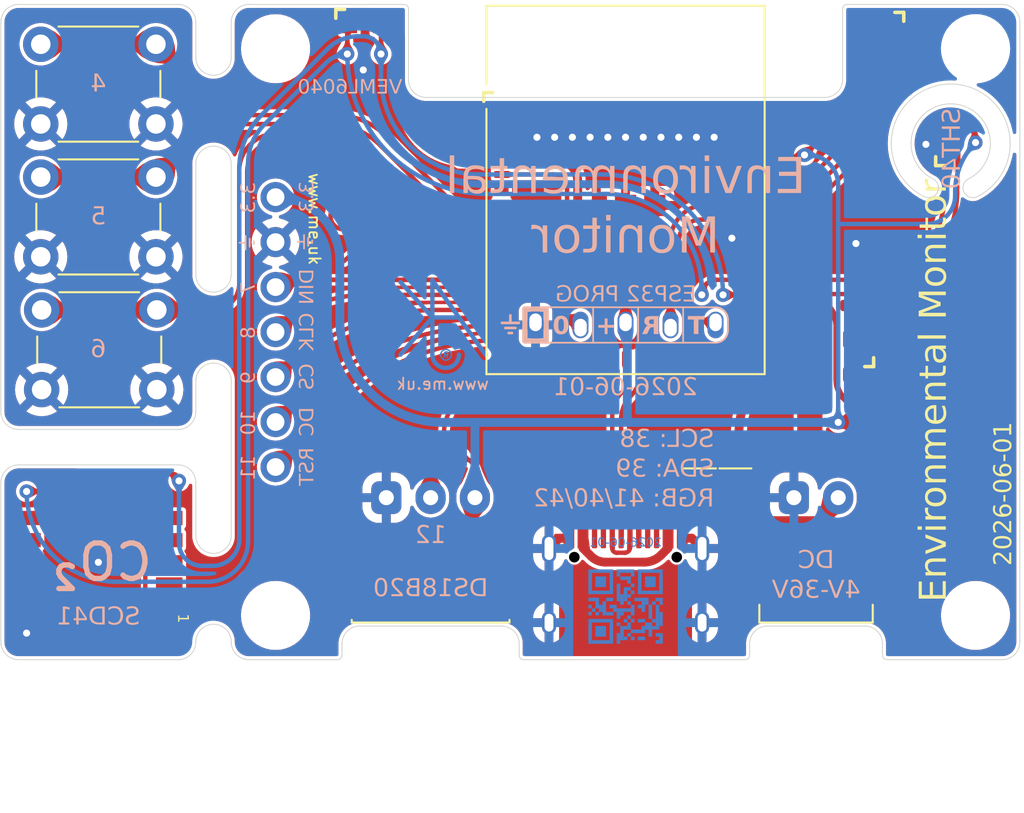
<source format=kicad_pcb>
(kicad_pcb (version 20221018) (generator pcbnew)
  (title_block (title "EnvMon") (rev "4") (comment 1 "www.me.uk") (comment 2 "@TheRealRevK") (comment 3 "Adrian Kennard Andrews & Arnold Ltd"))
  (layers (0 "F.Cu" signal) (31 "B.Cu" signal) (34 "B.Paste" user) (35 "F.Paste" user) (36 "B.SilkS" user "B.Silkscreen") (37 "F.SilkS" user "F.Silkscreen") (38 "B.Mask" user) (39 "F.Mask" user) (44 "Edge.Cuts" user))
  (net 0 "")
  (net 1 "Net-(U1-EN)")
  (net 2 "D+")
  (net 3 "D-")
  (net 4 "Net-(D1-RK)")
  (net 5 "Net-(D1-GK)")
  (net 6 "Net-(D1-BK)")
  (net 7 "Net-(D3-A)")
  (net 8 "Net-(J1-CC1)")
  (net 9 "TEMP")
  (net 10 "Net-(D2-A)")
  (net 11 "GND")
  (net 12 "OLED-RST")
  (net 13 "OLED-DC")
  (net 14 "OLED-SCK")
  (net 15 "OLED-CS")
  (net 16 "OLED-MOSI")
  (net 17 "SCL")
  (net 18 "SDA")
  (net 20 "Net-(J1-CC2)")
  (net 22 "Net-(J5-0)")
  (net 23 "R")
  (net 24 "G")
  (net 25 "B")
  (net 26 "DC")
  (net 35 "Net-(J5-Rx)")
  (net 42 "Net-(J5-Tx)")
  (net 46 "BUTTON1")
  (net 47 "BUTTON2")
  (net 48 "BUTTON3")
  (net 49 "+3.3V")
  (net 56 "RX")
  (net 58 "TX")
  (footprint "RevK:C_0603_" (layer "F.Cu") (at 131.65 83.2 90)
    (fp_text reference "C6" hide)
    (fp_text value "10uF 50V")
  )
  (footprint "Button_Switch_THT:SW_PUSH_6mm_H13mm" (layer "F.Cu") (at 89.25 65.25)
    (fp_text reference "SW1" hide)
    (fp_text value "SW_Push")
  )
  (footprint "RevK:R_0402" (layer "F.Cu") (at 136.45 66.325 -90)
    (fp_text reference "R1" hide)
    (fp_text value "680R" hide)
  )
  (footprint "Button_Switch_THT:SW_PUSH_6mm_H13mm" (layer "F.Cu") (at 89.3 80.25)
    (fp_text reference "SW3" hide)
    (fp_text value "SW_Push")
  )
  (footprint "RevK:SCD41" (layer "F.Cu") (at 92.5 94.5 180)
    (fp_text reference "U2" hide)
    (fp_text value "SCD41")
  )
  (footprint "RevK:PTSM-HH-3-RA" (layer "F.Cu") (at 111.25 90.85)
    (fp_text reference "J3" hide)
    (fp_text value "TEMP")
  )
  (footprint "RevK:C_0402" (layer "F.Cu") (at 113.05 71.3 90)
    (fp_text reference "C2" hide)
    (fp_text value "22uF" hide)
  )
  (footprint "RevK:L_4x4_" (layer "F.Cu") (at 134.15 86.5)
    (fp_text reference "L2" hide)
    (fp_text value "10uH")
  )
  (footprint "RevK:USC16-TR" (layer "F.Cu") (at 122.25 95.6)
    (fp_text reference "J1" hide)
    (fp_text value "USB-C")
  )
  (footprint "RevK:R_0402" (layer "F.Cu") (at 137.25 66.325 -90)
    (fp_text reference "R2" hide)
    (fp_text value "2K" hide)
  )
  (footprint "RevK:ESP32-S3-MINI-1" (layer "F.Cu") (at 122.25 76)
    (fp_text reference "U1" hide)
    (fp_text value "ESP32-S3-MINI-1" hide)
  )
  (footprint "RevK:C_0603_" (layer "F.Cu") (at 134.15 83.9)
    (fp_text reference "C8" hide)
    (fp_text value "100nF")
  )
  (footprint "RevK:C_0603_" (layer "F.Cu") (at 136.65 83.2 90)
    (fp_text reference "C7" hide)
    (fp_text value "10uF 6.3V")
  )
  (footprint "RevK:Sensirion_DFN-4_1.5x1.5mm_P0.5mm_SHT4x" (layer "F.Cu") (at 140.6 70.85 90)
    (fp_text reference "U7" hide)
    (fp_text value "SHT40")
  )
  (footprint "RevK:VEML6040" (layer "F.Cu") (at 107.6 64.1)
    (fp_text reference "U8" hide)
    (fp_text value "VEML6040")
  )
  (footprint "RevK:R_0402" (layer "F.Cu") (at 124.25 91)
    (fp_text reference "R4" hide)
    (fp_text value "5K1" hide)
  )
  (footprint "RevK:C_0402" (layer "F.Cu") (at 140.6 69.4 180)
    (fp_text reference "C5" hide)
    (fp_text value "100nF" hide)
  )
  (footprint "RevK:R_0402_" (layer "F.Cu") (at 134.15 80)
    (fp_text reference "R14" hide)
    (fp_text value "124k" hide)
  )
  (footprint "RevK:OLED1.5-RGB" (layer "F.Cu") (at 144.5 63 180)
    (fp_text reference "M1" hide)
    (fp_text value "OLED1.5-RGB")
  )
  (footprint "RevK:C_0402" (layer "F.Cu") (at 113.85 71.3 90)
    (fp_text reference "C1" hide)
    (fp_text value "100nF" hide)
  )
  (footprint "RevK:C_0402" (layer "F.Cu") (at 131.45 70.6 -90)
    (fp_text reference "C3" hide)
    (fp_text value "1uF" hide)
  )
  (footprint "RevK:R_0402" (layer "F.Cu") (at 130.65 70.6 90)
    (fp_text reference "R5" hide)
    (fp_text value "10K" hide)
  )
  (footprint "RevK:LED-RGB-1.6x1.6" (layer "F.Cu") (at 136.45 64.475 180)
    (fp_text reference "D1" hide)
    (fp_text value "RGB")
  )
  (footprint "RevK:R_0402" (layer "F.Cu") (at 120.45 91 180)
    (fp_text reference "R3" hide)
    (fp_text value "5K1" hide)
  )
  (footprint "RevK:R_0402_" (layer "F.Cu") (at 131.65 81.1 90)
    (fp_text reference "R16" hide)
    (fp_text value "1M" hide)
  )
  (footprint "RevK:AJK" (layer "F.Cu") (at 108.45 75.7 -90)
    (fp_text reference "Logo2" hide)
    (fp_text value "AJK" hide)
  )
  (footprint "RevK:PTSM-HH-2-RA-W" (layer "F.Cu") (at 133 90.85)
    (fp_text reference "J2" hide)
    (fp_text value "DC")
  )
  (footprint "Button_Switch_THT:SW_PUSH_6mm_H13mm" (layer "F.Cu") (at 89.25 72.75)
    (fp_text reference "SW2" hide)
    (fp_text value "SW_Push")
  )
  (footprint "RevK:R_0402_" (layer "F.Cu") (at 136.65 81.1 -90)
    (fp_text reference "R15" hide)
    (fp_text value "39k2" hide)
  )
  (footprint "RevK:SOT-23-6-MD8942" (layer "F.Cu") (at 134.15 81.9)
    (fp_text reference "U6" hide)
    (fp_text value "MD8942")
  )
  (footprint "RevK:D_SOD-123" (layer "F.Cu") (at 126.45 90.3 -90)
    (fp_text reference "D3" hide)
    (fp_text value "D")
  )
  (footprint "RevK:R_0402" (layer "F.Cu") (at 112.5 88.6)
    (fp_text reference "R13" hide)
    (fp_text value "4k7" hide)
  )
  (footprint "RevK:D_SOD-123" (layer "F.Cu") (at 128.45 90.3 -90)
    (fp_text reference "D2" hide)
    (fp_text value "D")
  )
  (footprint "RevK:R_0402" (layer "F.Cu") (at 135.65 66.325 -90)
    (fp_text reference "R17" hide)
    (fp_text value "220R" hide)
  )
  (footprint "RevK:AJK" (layer "B.Cu") (at 111.35 80.675 180)
    (fp_text reference "Logo1" hide)
    (fp_text value "AJK" hide)
  )
  (footprint "RevK:Shelly" (layer "B.Cu") (at 122.25 81.1 180)
    (fp_text reference "J5" hide)
    (fp_text value "Shelly" hide)
  )
  (footprint "RevK:QR-ENVMON" (layer "B.Cu") (at 122.25 97)
    (fp_text reference "U5" hide)
    (fp_text value "QR" hide)
  )
  (gr_line (start 106.25 99.1) (end 106.25 99.75) (stroke (width 0.05)) (layer "Edge.Cuts"))
  (gr_arc (start 139.6 72.850004) (mid 139.849997 73.599998) (end 139.1 73.850004) (stroke (width 0.05)) (layer "Edge.Cuts"))
  (gr_line (start 100 72) (end 100 78.25) (stroke (width 0.05)) (layer "Edge.Cuts"))
  (gr_arc (start 101 100) (mid 100.292893 99.707107) (end 100 99) (stroke (width 0.05)) (layer "Edge.Cuts"))
  (gr_line (start 88 87) (end 97 87) (stroke (width 0.05)) (layer "Edge.Cuts"))
  (gr_line (start 97 89) (end 88 89) (stroke (width 0.05)) (layer "Edge.Cuts"))
  (gr_arc (start 115.25 98.1) (mid 115.957107 98.392893) (end 116.25 99.1) (stroke (width 0.05)) (layer "Edge.Cuts"))
  (gr_arc (start 134.5 63.25) (mid 134.573223 63.073223) (end 134.75 63) (stroke (width 0.05)) (layer "Edge.Cuts"))
  (gr_line (start 116.5 100) (end 129 100) (stroke (width 0.05)) (layer "Edge.Cuts"))
  (gr_arc (start 144.5 99) (mid 144.207107 99.707107) (end 143.5 100) (stroke (width 0.05)) (layer "Edge.Cuts"))
  (gr_line (start 134.5 67.25) (end 134.5 63.25) (stroke (width 0.05)) (layer "Edge.Cuts"))
  (gr_arc (start 116.5 100) (mid 116.323223 99.926777) (end 116.25 99.75) (stroke (width 0.05)) (layer "Edge.Cuts"))
  (gr_line (start 100 64) (end 100 66) (stroke (width 0.05)) (layer "Edge.Cuts"))
  (gr_line (start 111 68.25) (end 133.5 68.25) (stroke (width 0.05)) (layer "Edge.Cuts"))
  (gr_arc (start 87 90) (mid 87.292893 89.292893) (end 88 89) (stroke (width 0.05)) (layer "Edge.Cuts"))
  (gr_line (start 98 90) (end 98 93) (stroke (width 0.05)) (layer "Edge.Cuts"))
  (gr_arc (start 111 68.25) (mid 110.292893 67.957107) (end 110 67.25) (stroke (width 0.05)) (layer "Edge.Cuts"))
  (gr_line (start 97 63) (end 88 63) (stroke (width 0.05)) (layer "Edge.Cuts"))
  (gr_arc (start 129.25 99.1) (mid 129.542893 98.392893) (end 130.25 98.1) (stroke (width 0.05)) (layer "Edge.Cuts"))
  (gr_line (start 101 100) (end 106 100) (stroke (width 0.05)) (layer "Edge.Cuts"))
  (gr_arc (start 100 66) (mid 99 67) (end 98 66) (stroke (width 0.05)) (layer "Edge.Cuts"))
  (gr_arc (start 134.5 67.25) (mid 134.207107 67.957107) (end 133.5 68.25) (stroke (width 0.05)) (layer "Edge.Cuts"))
  (gr_line (start 98 66) (end 98 64) (stroke (width 0.05)) (layer "Edge.Cuts"))
  (gr_line (start 87 99) (end 87 90) (stroke (width 0.05)) (layer "Edge.Cuts"))
  (gr_arc (start 98 84.25) (mid 99 83.25) (end 100 84.25) (stroke (width 0.05)) (layer "Edge.Cuts"))
  (gr_arc (start 109.75 63) (mid 109.926777 63.073223) (end 110 63.25) (stroke (width 0.05)) (layer "Edge.Cuts"))
  (gr_line (start 136.75 99.1) (end 136.75 99.75) (stroke (width 0.05)) (layer "Edge.Cuts"))
  (gr_line (start 116.25 99.1) (end 116.25 99.75) (stroke (width 0.05)) (layer "Edge.Cuts"))
  (gr_arc (start 106.25 99.75) (mid 106.176777 99.926777) (end 106 100) (stroke (width 0.05)) (layer "Edge.Cuts"))
  (gr_line (start 88 100) (end 97 100) (stroke (width 0.05)) (layer "Edge.Cuts"))
  (gr_arc (start 100 64) (mid 100.292893 63.292893) (end 101 63) (stroke (width 0.05)) (layer "Edge.Cuts"))
  (gr_arc (start 142.1 73.850004) (mid 141.349997 73.600002) (end 141.6 72.850004) (stroke (width 0.05)) (layer "Edge.Cuts"))
  (gr_line (start 130.25 98.1) (end 135.75 98.1) (stroke (width 0.05)) (layer "Edge.Cuts"))
  (gr_arc (start 88 100) (mid 87.292893 99.707107) (end 87 99) (stroke (width 0.05)) (layer "Edge.Cuts"))
  (gr_line (start 144.5 99) (end 144.5 64) (stroke (width 0.05)) (layer "Edge.Cuts"))
  (gr_arc (start 97 63) (mid 97.707107 63.292893) (end 98 64) (stroke (width 0.05)) (layer "Edge.Cuts"))
  (gr_arc (start 88 87) (mid 87.292893 86.707107) (end 87 86) (stroke (width 0.05)) (layer "Edge.Cuts"))
  (gr_arc (start 98 86) (mid 97.707107 86.707107) (end 97 87) (stroke (width 0.05)) (layer "Edge.Cuts"))
  (gr_line (start 129.25 99.1) (end 129.25 99.75) (stroke (width 0.05)) (layer "Edge.Cuts"))
  (gr_arc (start 97 89) (mid 97.707107 89.292893) (end 98 90) (stroke (width 0.05)) (layer "Edge.Cuts"))
  (gr_line (start 98 72) (end 98 78.25) (stroke (width 0.05)) (layer "Edge.Cuts"))
  (gr_line (start 107.25 98.1) (end 115.25 98.1) (stroke (width 0.05)) (layer "Edge.Cuts"))
  (gr_arc (start 143.5 63) (mid 144.207107 63.292893) (end 144.5 64) (stroke (width 0.05)) (layer "Edge.Cuts"))
  (gr_line (start 134.75 63) (end 143.5 63) (stroke (width 0.05)) (layer "Edge.Cuts"))
  (gr_line (start 98 86) (end 98 84.25) (stroke (width 0.05)) (layer "Edge.Cuts"))
  (gr_arc (start 100 93) (mid 99 94) (end 98 93) (stroke (width 0.05)) (layer "Edge.Cuts"))
  (gr_arc (start 139.6 72.850004) (mid 140.6 68.613928) (end 141.6 72.850004) (stroke (width 0.05)) (layer "Edge.Cuts"))
  (gr_arc (start 87 64) (mid 87.292893 63.292893) (end 88 63) (stroke (width 0.05)) (layer "Edge.Cuts"))
  (gr_line (start 109.75 63) (end 101 63) (stroke (width 0.05)) (layer "Edge.Cuts"))
  (gr_arc (start 129.25 99.75) (mid 129.176777 99.926777) (end 129 100) (stroke (width 0.05)) (layer "Edge.Cuts"))
  (gr_arc (start 137 100) (mid 136.823223 99.926777) (end 136.75 99.75) (stroke (width 0.05)) (layer "Edge.Cuts"))
  (gr_arc (start 106.25 99.1) (mid 106.542893 98.392893) (end 107.25 98.1) (stroke (width 0.05)) (layer "Edge.Cuts"))
  (gr_arc (start 100 78.25) (mid 99 79.25) (end 98 78.25) (stroke (width 0.05)) (layer "Edge.Cuts"))
  (gr_arc (start 98 99) (mid 97.707107 99.707107) (end 97 100) (stroke (width 0.05)) (layer "Edge.Cuts"))
  (gr_arc (start 98 72) (mid 99 71) (end 100 72) (stroke (width 0.05)) (layer "Edge.Cuts"))
  (gr_arc (start 139.1 73.850004) (mid 140.6 67.495894) (end 142.1 73.850004) (stroke (width 0.05)) (layer "Edge.Cuts"))
  (gr_line (start 100 84.25) (end 100 93) (stroke (width 0.05)) (layer "Edge.Cuts"))
  (gr_line (start 87 64) (end 87 86) (stroke (width 0.05)) (layer "Edge.Cuts"))
  (gr_arc (start 98 99) (mid 99 98) (end 100 99) (stroke (width 0.05)) (layer "Edge.Cuts"))
  (gr_line (start 110 63.25) (end 110 67.25) (stroke (width 0.05)) (layer "Edge.Cuts"))
  (gr_line (start 137 100) (end 143.5 100) (stroke (width 0.05)) (layer "Edge.Cuts"))
  (gr_arc (start 135.75 98.1) (mid 136.457107 98.392893) (end 136.75 99.1) (stroke (width 0.05)) (layer "Edge.Cuts"))
  (gr_text "DC\n4V-36V" (at 133 95.25) (layer "B.SilkS") (effects (font (size 1 1)) (justify mirror)))
  (gr_text "5" (at 92.5 75) (layer "B.SilkS") (effects (font (size 1 1)) (justify mirror)))
  (gr_text "RST" (at 104.3 89.1 90) (layer "B.SilkS") (effects (font (size 0.8 0.8)) (justify mirror)))
  (gr_text "8" (at 101 81.534 90) (layer "B.SilkS") (effects (font (size 0.8 0.8)) (justify mirror)))
  (gr_text "⏚" (at 104.2 76.4 90) (layer "B.SilkS") (effects (font (size 0.8 0.8) (thickness 0.1)) (justify mirror)))
  (gr_text "⏚" (at 100.9 76.454 90) (layer "B.SilkS") (effects (font (size 0.8 0.8) (thickness 0.1)) (justify mirror)))
  (gr_text "3.3" (at 104.3 73.86 90) (layer "B.SilkS") (effects (font (size 0.8 0.8)) (justify mirror)))
  (gr_text "SCD41" (at 92.5 97.6) (layer "B.SilkS") (effects (font (size 1 1)) (justify mirror)))
  (gr_text "SHT40" (at 140.7 71.15 90) (layer "B.SilkS") (effects (font (size 1 1)) (justify mirror)))
  (gr_text "Environmental\nMonitor" (at 122.25 74.5) (layer "B.SilkS") (effects (font (size 2 2)) (justify mirror)))
  (gr_text "CS" (at 104.3 84.02 90) (layer "B.SilkS") (effects (font (size 0.8 0.8)) (justify mirror)))
  (gr_text "VEML6040" (at 106.7 67.7) (layer "B.SilkS") (effects (font (size 0.8 0.8)) (justify mirror)))
  (gr_text "3.3" (at 101 73.914 90) (layer "B.SilkS") (effects (font (size 0.8 0.8)) (justify mirror)))
  (gr_text "CO₂" (at 92.7 94.5) (layer "B.SilkS") (effects (font (size 2 2) (thickness 0.3)) (justify mirror)))
  (gr_text "${CURRENT_DATE}" (at 122.25 84.65) (layer "B.SilkS") (effects (font (size 1 1)) (justify mirror)))
  (gr_text "DIN" (at 104.3 78.94 90) (layer "B.SilkS") (effects (font (size 0.8 0.8)) (justify mirror)))
  (gr_text "9" (at 101 84.074 90) (layer "B.SilkS") (effects (font (size 0.8 0.8)) (justify mirror)))
  (gr_text "DC" (at 104.3 86.56 90) (layer "B.SilkS") (effects (font (size 0.8 0.8)) (justify mirror)))
  (gr_text "DS18B20" (at 111.25 96) (layer "B.SilkS") (effects (font (size 1 1)) (justify mirror)))
  (gr_text "12" (at 111.25 93) (layer "B.SilkS") (effects (font (size 1 1)) (justify mirror)))
  (gr_text "7" (at 101 78.994 90) (layer "B.SilkS") (effects (font (size 0.8 0.8)) (justify mirror)))
  (gr_text "CLK" (at 104.3 81.48 90) (layer "B.SilkS") (effects (font (size 0.8 0.8)) (justify mirror)))
  (gr_text "SCL: 38\nSDA: 39\nRGB: 41/40/42" (at 127.25 89.25) (layer "B.SilkS") (effects (font (size 1 1)) (justify left mirror)))
  (gr_text "6" (at 92.5 82.5) (layer "B.SilkS") (effects (font (size 1 1)) (justify mirror)))
  (gr_text "10" (at 101 86.614 90) (layer "B.SilkS") (effects (font (size 0.8 0.8)) (justify mirror)))
  (gr_text "4" (at 92.5 67.5) (layer "B.SilkS") (effects (font (size 1 1)) (justify mirror)))
  (gr_text "11" (at 101 89.154 90) (layer "B.SilkS") (effects (font (size 0.8 0.8)) (justify mirror)))
  (gr_text "Environmental Monitor" (at 139.7 84.8 90) (layer "F.SilkS") (effects (font (size 1.5 1.5))))
  (gr_text "${CURRENT_DATE}" (at 143.6 94.7 90) (layer "F.SilkS") (effects (font (size 1 1)) (justify left)))
  (segment (start 130.65 70.1) (end 131.45 70.1) (width 0.25) (layer "F.Cu") (net 1))
  (segment (start 129.25 70.05) (end 130.6 70.05) (width 0.25) (layer "F.Cu") (net 1))
  (segment (start 123.1 83.772183) (end 123.1 83) (width 0.25) (layer "F.Cu") (net 2))
  (segment (start 122.290381 92.32) (end 122.709619 92.32) (width 0.25) (layer "F.Cu") (net 2))
  (segment (start 122 86.5) (end 122 86.427817) (width 0.25) (layer "F.Cu") (net 2))
  (segment (start 123 93.14) (end 123 92.610381) (width 0.25) (layer "F.Cu") (net 2))
  (segment (start 122 93.14) (end 122 86.5) (width 0.25) (layer "F.Cu") (net 2))
  (segment (start 122 93.14) (end 122 92.610381) (width 0.25) (layer "F.Cu") (net 2))
  (arc (start 122 92.610381) (mid 122.085051 92.405051) (end 122.290381 92.32) (width 0.25) (layer "F.Cu") (net 2))
  (arc (start 122.55 85.1) (mid 122.95706 84.490793) (end 123.1 83.772183) (width 0.25) (layer "F.Cu") (net 2))
  (arc (start 123 92.610381) (mid 122.914949 92.405051) (end 122.709619 92.32) (width 0.25) (layer "F.Cu") (net 2))
  (arc (start 122 86.427817) (mid 122.14294 85.709208) (end 122.55 85.1) (width 0.25) (layer "F.Cu") (net 2))
  (segment (start 121.5 86.3) (end 121.5 86.227817) (width 0.25) (layer "F.Cu") (net 3))
  (segment (start 121.75 93.96) (end 122.209619 93.96) (width 0.25) (layer "F.Cu") (net 3))
  (segment (start 121.5 93.14) (end 121.5 93.71) (width 0.25) (layer "F.Cu") (net 3))
  (segment (start 122.25 84.417158) (end 122.25 83) (width 0.25) (layer "F.Cu") (net 3))
  (segment (start 122.5 93.14) (end 122.5 93.669619) (width 0.25) (layer "F.Cu") (net 3))
  (segment (start 121.5 93.14) (end 121.5 86.3) (width 0.25) (layer "F.Cu") (net 3))
  (arc (start 122.05 84.9) (mid 122.198022 84.678471) (end 122.25 84.417158) (width 0.25) (layer "F.Cu") (net 3))
  (arc (start 121.5 86.227817) (mid 121.64294 85.509208) (end 122.05 84.9) (width 0.25) (layer "F.Cu") (net 3))
  (arc (start 122.5 93.669619) (mid 122.414949 93.874949) (end 122.209619 93.96) (width 0.25) (layer "F.Cu") (net 3))
  (arc (start 121.5 93.71) (mid 121.573223 93.886777) (end 121.75 93.96) (width 0.25) (layer "F.Cu") (net 3))
  (segment (start 136.45 64.175) (end 136.6 64.025) (width 0.25) (layer "F.Cu") (net 4))
  (segment (start 136.45 65.825) (end 136.45 64.175) (width 0.25) (layer "F.Cu") (net 4))
  (segment (start 136.6 64.025) (end 137.25 64.025) (width 0.25) (layer "F.Cu") (net 4))
  (segment (start 137.25 65.825) (end 137.25 64.925) (width 0.25) (layer "F.Cu") (net 5))
  (segment (start 135.65 64.925) (end 135.65 65.825) (width 0.25) (layer "F.Cu") (net 6))
  (segment (start 124.65 93.696396) (end 124.65 93.14) (width 0.5) (layer "F.Cu") (net 7))
  (segment (start 119.85 93.703807) (end 120.298097 94.151903) (width 0.5) (layer "F.Cu") (net 7))
  (segment (start 126.45 91.95) (end 125.05 91.95) (width 0.5) (layer "F.Cu") (net 7))
  (segment (start 121.113355 94.489594) (end 123.303285 94.489594) (width 0.5) (layer "F.Cu") (net 7))
  (segment (start 124.248198 94.098198) (end 124.65 93.696396) (width 0.5) (layer "F.Cu") (net 7))
  (segment (start 124.65 93.14) (end 124.65 92.35) (width 0.5) (layer "F.Cu") (net 7))
  (segment (start 119.85 93.14) (end 119.85 93.703807) (width 0.5) (layer "F.Cu") (net 7))
  (arc (start 123.303285 94.489594) (mid 123.814668 94.387874) (end 124.248198 94.098198) (width 0.5) (layer "F.Cu") (net 7))
  (arc (start 124.65 92.35) (mid 124.767157 92.067157) (end 125.05 91.95) (width 0.5) (layer "F.Cu") (net 7))
  (arc (start 120.298097 94.151903) (mid 120.67214 94.401831) (end 121.113355 94.489594) (width 0.5) (layer "F.Cu") (net 7))
  (segment (start 121 93.14) (end 121 91.05) (width 0.25) (layer "F.Cu") (net 8))
  (segment (start 111.25 90.85) (end 111.25 89.35) (width 0.25) (layer "F.Cu") (net 9))
  (segment (start 112 88.6) (end 112 87.25) (width 0.25) (layer "F.Cu") (net 9))
  (segment (start 114.65 84.6) (end 114.7 84.6) (width 0.25) (layer "F.Cu") (net 9))
  (arc (start 114.7 84.6) (mid 115.831371 84.131371) (end 116.3 83) (width 0.25) (layer "F.Cu") (net 9))
  (arc (start 111.25 89.35) (mid 111.46967 88.81967) (end 112 88.6) (width 0.25) (layer "F.Cu") (net 9))
  (arc (start 112 87.25) (mid 112.776167 85.376167) (end 114.65 84.6) (width 0.25) (layer "F.Cu") (net 9))
  (segment (start 132.95 92.15) (end 128.65 92.15) (width 0.5) (layer "F.Cu") (net 10))
  (segment (start 128.65 92.15) (end 128.45 91.95) (width 0.5) (layer "F.Cu") (net 10))
  (arc (start 134.25 90.85) (mid 133.869239 91.769239) (end 132.95 92.15) (width 0.5) (layer "F.Cu") (net 10))
  (segment (start 119.05 93.14) (end 118.51 93.14) (width 0.5) (layer "F.Cu") (net 11))
  (segment (start 125.99 93.14) (end 126.57 93.72) (width 0.5) (layer "F.Cu") (net 11))
  (segment (start 125.45 93.14) (end 125.99 93.14) (width 0.5) (layer "F.Cu") (net 11))
  (segment (start 118.51 93.14) (end 117.93 93.72) (width 0.5) (layer "F.Cu") (net 11))
  (via (at 135.25 76.5) (size 0.8) (drill 0.4) (layers "F.Cu" "B.Cu") (net 11))
  (via (at 117.25 70.5) (size 0.8) (drill 0.4) (layers "F.Cu" "B.Cu") (net 11))
  (via (at 119.25 70.5) (size 0.8) (drill 0.4) (layers "F.Cu" "B.Cu") (net 11))
  (via (at 92.5 94.5) (size 0.8) (drill 0.4) (layers "F.Cu" "B.Cu") (net 11))
  (via (at 122.25 70.5) (size 0.8) (drill 0.4) (layers "F.Cu" "B.Cu") (net 11))
  (via (at 124.25 70.5) (size 0.8) (drill 0.4) (layers "F.Cu" "B.Cu") (net 11))
  (via (at 123.25 70.5) (size 0.8) (drill 0.4) (layers "F.Cu" "B.Cu") (net 11))
  (via (at 127.25 70.5) (size 0.8) (drill 0.4) (layers "F.Cu" "B.Cu") (net 11))
  (via (at 88.45 98.5) (size 0.8) (drill 0.4) (layers "F.Cu" "B.Cu") (net 11))
  (via (at 118.25 70.5) (size 0.8) (drill 0.4) (layers "F.Cu" "B.Cu") (net 11))
  (via (at 139.2 70.9) (size 0.8) (drill 0.4) (layers "F.Cu" "B.Cu") (net 11))
  (via (at 125.25 70.5) (size 0.8) (drill 0.4) (layers "F.Cu" "B.Cu") (net 11))
  (via (at 107.45 66.7) (size 0.8) (drill 0.4) (layers "F.Cu" "B.Cu") (net 11))
  (via (at 120.25 70.5) (size 0.8) (drill 0.4) (layers "F.Cu" "B.Cu") (net 11))
  (via (at 128.25 76.2) (size 0.8) (drill 0.4) (layers "F.Cu" "B.Cu") (net 11))
  (via (at 121.25 70.5) (size 0.8) (drill 0.4) (layers "F.Cu" "B.Cu") (net 11))
  (via (at 126.25 70.5) (size 0.8) (drill 0.4) (layers "F.Cu" "B.Cu") (net 11))
  (segment (start 105.724344 85.895656) (end 102.5 89.12) (width 0.25) (layer "F.Cu") (net 12))
  (arc (start 115.25 81.95) (mid 110.094752 82.975443) (end 105.724344 85.895656) (width 0.25) (layer "F.Cu") (net 12))
  (arc (start 115.25 81.1) (mid 108.533396 82.436016) (end 102.839333 86.240666) (width 0.25) (layer "F.Cu") (net 13))
  (segment (start 115.25 79.4) (end 107.569848 79.4) (width 0.25) (layer "F.Cu") (net 14))
  (arc (start 107.569848 79.4) (mid 104.826066 79.945772) (end 102.5 81.5) (width 0.25) (layer "F.Cu") (net 14))
  (segment (start 115.25 80.25) (end 111.649869 80.25) (width 0.25) (layer "F.Cu") (net 15))
  (arc (start 111.649869 80.25) (mid 106.697996 81.234988) (end 102.5 84.04) (width 0.25) (layer "F.Cu") (net 15))
  (segment (start 115.25 78.55) (end 102.91 78.55) (width 0.25) (layer "F.Cu") (net 16))
  (segment (start 115.25 78.55) (end 103.489827 78.55) (width 0.25) (layer "F.Cu") (net 16))
  (arc (start 103.489827 78.55) (mid 102.954136 78.656555) (end 102.5 78.96) (width 0.25) (layer "F.Cu") (net 16))
  (segment (start 140.997791 72.447625) (end 140.961149 72.772839) (width 0.25) (layer "F.Cu") (net 17))
  (segment (start 91.25 90.5) (end 91.25 90.15) (width 0.25) (layer "F.Cu") (net 17))
  (segment (start 140.960331 73.7) (end 140.960331 73.351974) (width 0.25) (layer "F.Cu") (net 17))
  (segment (start 129.25 79.4) (end 127.75 79.4) (width 0.25) (layer "F.Cu") (net 17))
  (segment (start 141 71.55) (end 141 72.283989) (width 0.25) (layer "F.Cu") (net 17))
  (segment (start 140.961149 72.772839) (end 140.961149 73.35) (width 0.25) (layer "F.Cu") (net 17))
  (segment (start 141 72.283989) (end 140.997791 72.447625) (width 0.25) (layer "F.Cu") (net 17))
  (segment (start 129.295 79.355) (end 135.206149 79.355) (width 0.25) (layer "F.Cu") (net 17))
  (segment (start 94.55 89.5) (end 91.9 89.5) (width 0.25) (layer "F.Cu") (net 17))
  (segment (start 108.45 65.7) (end 108.45 64.5) (width 0.25) (layer "F.Cu") (net 17))
  (segment (start 94.55 89.5) (end 96.65 89.5) (width 0.25) (layer "F.Cu") (net 17))
  (via (at 108.45 65.8) (size 0.8) (drill 0.4) (layers "F.Cu" "B.Cu") (net 17))
  (via (at 97.05 89.9) (size 0.8) (drill 0.4) (layers "F.Cu" "B.Cu") (net 17))
  (via (at 127.75 79.4) (size 0.8) (drill 0.4) (layers "F.Cu" "B.Cu") (net 17))
  (arc (start 140.960331 73.351974) (mid 140.960543 73.350906) (end 140.961149 73.35) (width 0.25) (layer "F.Cu") (net 17))
  (arc (start 135.206149 79.355) (mid 139.275549 77.6694) (end 140.961149 73.6) (width 0.25) (layer "F.Cu") (net 17))
  (arc (start 91.25 90.15) (mid 91.440381 89.690381) (end 91.9 89.5) (width 0.25) (layer "F.Cu") (net 17))
  (arc (start 96.65 89.5) (mid 96.932843 89.617157) (end 97.05 89.9) (width 0.25) (layer "F.Cu") (net 17))
  (segment (start 98.95 94.7) (end 98.35 94.7) (width 0.25) (layer "B.Cu") (net 17))
  (segment (start 107.45 64.8) (end 107.15 64.8) (width 0.25) (layer "B.Cu") (net 17))
  (segment (start 108.45 65.8) (end 108.45 67.065061) (width 0.25) (layer "B.Cu") (net 17))
  (segment (start 113.984939 72.6) (end 120.95 72.6) (width 0.25) (layer "B.Cu") (net 17))
  (segment (start 97.05 89.9) (end 97.05 93.4) (width 0.25) (layer "B.Cu") (net 17))
  (segment (start 105.442893 65.507107) (end 101.722792 69.227208) (width 0.25) (layer "B.Cu") (net 17))
  (segment (start 100.45 72.3) (end 100.45 93.2) (width 0.25) (layer "B.Cu") (net 17))
  (arc (start 120.95 72.6) (mid 125.758326 74.591674) (end 127.75 79.4) (width 0.25) (layer "B.Cu") (net 17))
  (arc (start 100.45 93.2) (mid 100.01066 94.26066) (end 98.95 94.7) (width 0.25) (layer "B.Cu") (net 17))
  (arc (start 108.45 65.8) (mid 108.157107 65.092893) (end 107.45 64.8) (width 0.25) (layer "B.Cu") (net 17))
  (arc (start 107.15 64.8) (mid 106.22612 64.983771) (end 105.442893 65.507107) (width 0.25) (layer "B.Cu") (net 17))
  (arc (start 97.05 93.4) (mid 97.430761 94.319239) (end 98.35 94.7) (width 0.25) (layer "B.Cu") (net 17))
  (arc (start 108.45 67.065061) (mid 110.071146 70.978854) (end 113.984939 72.6) (width 0.25) (layer "B.Cu") (net 17))
  (arc (start 101.722792 69.227208) (mid 100.780788 70.637017) (end 100.45 72.3) (width 0.25) (layer "B.Cu") (net 17))
  (segment (start 90 90.5) (end 88.45 90.5) (width 0.25) (layer "F.Cu") (net 18))
  (segment (start 140.237787 73.75) (end 140.237787 72) (width 0.25) (layer "F.Cu") (net 18))
  (segment (start 140.2 71.55) (end 140.2 71.908775) (width 0.25) (layer "F.Cu") (net 18))
  (segment (start 129.25 78.55) (end 135.492023 78.55) (width 0.25) (layer "F.Cu") (net 18))
  (segment (start 106.55 65.8) (end 106.55 64.55) (width 0.25) (layer "F.Cu") (net 18))
  (segment (start 140.237787 71.664565) (end 140.2 71.626778) (width 0.25) (layer "F.Cu") (net 18))
  (segment (start 129.25 78.55) (end 127.4 78.55) (width 0.25) (layer "F.Cu") (net 18))
  (via (at 106.55 65.8) (size 0.8) (drill 0.4) (layers "F.Cu" "B.Cu") (net 18))
  (via (at 88.45 90.5) (size 0.8) (drill 0.4) (layers "F.Cu" "B.Cu") (net 18))
  (via (at 126.55 79.4) (size 0.8) (drill 0.4) (layers "F.Cu" "B.Cu") (net 18))
  (arc (start 140.2 71.908775) (mid 140.20982 71.958145) (end 140.237787 72) (width 0.25) (layer "F.Cu") (net 18))
  (arc (start 106.55 64.55) (mid 106.579289 64.479289) (end 106.65 64.45) (width 0.25) (layer "F.Cu") (net 18))
  (arc (start 135.492023 78.55) (mid 138.85078 77.158757) (end 140.242023 73.8) (width 0.25) (layer "F.Cu") (net 18))
  (arc (start 127.4 78.55) (mid 126.798959 78.798959) (end 126.55 79.4) (width 0.25) (layer "F.Cu") (net 18))
  (segment (start 100.95 93.3) (end 100.95 71.972792) (width 0.25) (layer "B.Cu") (net 18))
  (segment (start 126.55 79.4) (end 126.55 79.1) (width 0.25) (layer "B.Cu") (net 18))
  (segment (start 121.15 73.7) (end 114.45 73.7) (width 0.25) (layer "B.Cu") (net 18))
  (segment (start 93.55 95.6) (end 98.65 95.6) (width 0.25) (layer "B.Cu") (net 18))
  (segment (start 101.85 69.8) (end 105.355025 66.294975) (width 0.25) (layer "B.Cu") (net 18))
  (arc (start 100.95 71.972792) (mid 101.183903 70.796886) (end 101.85 69.8) (width 0.25) (layer "B.Cu") (net 18))
  (arc (start 105.355025 66.294975) (mid 105.903284 65.92864) (end 106.55 65.8) (width 0.25) (layer "B.Cu") (net 18))
  (arc (start 114.45 73.7) (mid 108.863856 71.386144) (end 106.55 65.8) (width 0.25) (layer "B.Cu") (net 18))
  (arc (start 88.45 90.5) (mid 89.943755 94.106245) (end 93.55 95.6) (width 0.25) (layer "B.Cu") (net 18))
  (arc (start 98.65 95.6) (mid 100.276346 94.926346) (end 100.95 93.3) (width 0.25) (layer "B.Cu") (net 18))
  (arc (start 126.55 79.1) (mid 124.968377 75.281623) (end 121.15 73.7) (width 0.25) (layer "B.Cu") (net 18))
  (segment (start 124 93.14) (end 124 91.25) (width 0.25) (layer "F.Cu") (net 20))
  (segment (start 124 91.25) (end 123.75 91) (width 0.25) (layer "F.Cu") (net 20))
  (segment (start 118.15 72.6) (end 115.25 72.6) (width 0.25) (layer "F.Cu") (net 22))
  (segment (start 118.95 80.49) (end 118.95 73.4) (width 0.25) (layer "F.Cu") (net 22))
  (arc (start 119.71 81.25) (mid 119.172599 81.027401) (end 118.95 80.49) (width 0.25) (layer "F.Cu") (net 22))
  (arc (start 118.95 73.4) (mid 118.715685 72.834315) (end 118.15 72.6) (width 0.25) (layer "F.Cu") (net 22))
  (segment (start 129.45 76.85) (end 134.311001 71.988999) (width 0.25) (layer "F.Cu") (net 23))
  (arc (start 134.311001 71.988999) (mid 135.894092 69.619737) (end 136.45 66.825) (width 0.25) (layer "F.Cu") (net 23))
  (segment (start 129.45 77.7) (end 135.075646 72.074354) (width 0.25) (layer "F.Cu") (net 24))
  (arc (start 135.075646 72.074354) (mid 136.684904 69.665931) (end 137.25 66.825) (width 0.25) (layer "F.Cu") (net 24))
  (segment (start 129.45 76) (end 133.546357 71.903643) (width 0.25) (layer "F.Cu") (net 25))
  (arc (start 133.546357 71.903643) (mid 135.103281 69.573542) (end 135.65 66.825) (width 0.25) (layer "F.Cu") (net 25))
  (segment (start 129.992462 83.95901) (end 131.526472 82.425) (width 0.5) (layer "F.Cu") (net 26))
  (segment (start 128.45 88.65) (end 126.45 88.65) (width 0.5) (layer "F.Cu") (net 26))
  (segment (start 128.65 88.8) (end 128.65 87.2) (width 0.5) (layer "F.Cu") (net 26))
  (arc (start 128.65 87.2) (mid 128.998895 85.445989) (end 129.992462 83.95901) (width 0.5) (layer "F.Cu") (net 26))
  (segment (start 124.79 81.25) (end 124.79 76.36) (width 0.25) (layer "F.Cu") (net 35))
  (segment (start 126.85 74.3) (end 129.25 74.3) (width 0.25) (layer "F.Cu") (net 35))
  (arc (start 124.79 76.36) (mid 125.39336 74.90336) (end 126.85 74.3) (width 0.25) (layer "F.Cu") (net 35))
  (segment (start 125.25 76.4) (end 125.25 78.87) (width 0.25) (layer "F.Cu") (net 42))
  (segment (start 129.25 75.15) (end 126.5 75.15) (width 0.25) (layer "F.Cu") (net 42))
  (arc (start 126.5 75.15) (mid 125.616117 75.516117) (end 125.25 76.4) (width 0.25) (layer "F.Cu") (net 42))
  (arc (start 125.25 78.87) (mid 125.859218 80.340782) (end 127.33 80.95) (width 0.25) (layer "F.Cu") (net 42))
  (segment (start 95.75 65.25) (end 98.830761 68.330761) (width 0.25) (layer "F.Cu") (net 46))
  (segment (start 101.05 69.25) (end 105.882608 69.25) (width 0.25) (layer "F.Cu") (net 46))
  (segment (start 113.725 75.425) (end 108.729025 70.429025) (width 0.25) (layer "F.Cu") (net 46))
  (segment (start 89.25 65.25) (end 95.75 65.25) (width 0.25) (layer "F.Cu") (net 46))
  (arc (start 98.830761 68.330761) (mid 99.848956 69.011098) (end 101.05 69.25) (width 0.25) (layer "F.Cu") (net 46))
  (arc (start 108.729025 70.429025) (mid 108.726414 70.42728) (end 108.723333 70.426667) (width 0.25) (layer "F.Cu") (net 46))
  (arc (start 115.113172 76) (mid 114.361898 75.850562) (end 113.725 75.425) (width 0.25) (layer "F.Cu") (net 46))
  (arc (start 108.723333 70.426667) (mid 107.419997 69.555806) (end 105.882608 69.25) (width 0.25) (layer "F.Cu") (net 46))
  (segment (start 89.25 72.75) (end 95.75 72.75) (width 0.25) (layer "F.Cu") (net 47))
  (segment (start 100.35 69.75461) (end 105.514074 69.75461) (width 0.25) (layer "F.Cu") (net 47))
  (segment (start 108.4 70.95) (end 113.628248 76.178248) (width 0.25) (layer "F.Cu") (net 47))
  (segment (start 95.75 72.75) (end 97.477207 71.022793) (width 0.25) (layer "F.Cu") (net 47))
  (arc (start 105.514074 69.75461) (mid 107.075926 70.065282) (end 108.4 70.95) (width 0.25) (layer "F.Cu") (net 47))
  (arc (start 113.628248 76.178248) (mid 114.372314 76.675418) (end 115.25 76.85) (width 0.25) (layer "F.Cu") (net 47))
  (arc (start 97.477207 71.022793) (mid 98.887016 70.080788) (end 100.55 69.75) (width 0.25) (layer "F.Cu") (net 47))
  (segment (start 100.45 72.4) (end 100.45 78.765058) (width 0.25) (layer "F.Cu") (net 48))
  (segment (start 113.713604 77.063604) (end 108.434925 71.784925) (width 0.25) (layer "F.Cu") (net 48))
  (segment (start 98.965058 80.25) (end 95.8 80.25) (width 0.25) (layer "F.Cu") (net 48))
  (segment (start 89.3 80.25) (end 95.8 80.25) (width 0.25) (layer "F.Cu") (net 48))
  (segment (start 104.85 70.3) (end 102.55 70.3) (width 0.25) (layer "F.Cu") (net 48))
  (arc (start 100.45 78.765058) (mid 100.015071 79.815071) (end 98.965058 80.25) (width 0.25) (layer "F.Cu") (net 48))
  (arc (start 108.434925 71.784925) (mid 106.790148 70.685919) (end 104.85 70.3) (width 0.25) (layer "F.Cu") (net 48))
  (arc (start 115.25 77.7) (mid 114.418508 77.534606) (end 113.713604 77.063604) (width 0.25) (layer "F.Cu") (net 48))
  (arc (start 102.55 70.3) (mid 101.065076 70.915076) (end 100.45 72.4) (width 0.25) (layer "F.Cu") (net 48))
  (segment (start 135 64.4) (end 135.375 64.025) (width 0.25) (layer "F.Cu") (net 49))
  (segment (start 93.75 90.85) (end 94.75 91.85) (width 0.25) (layer "F.Cu") (net 49))
  (segment (start 111.45 93.8) (end 103.9294 93.8) (width 0.25) (layer "F.Cu") (net 49))
  (segment (start 94.75 91.85) (end 95 91.85) (width 0.25) (layer "F.Cu") (net 49))
  (segment (start 93.75 97.5) (end 93.75 98.5) (width 0.25) (layer "F.Cu") (net 49))
  (segment (start 113.75 90.85) (end 113.75 89.35) (width 0.25) (layer "F.Cu") (net 49))
  (segment (start 115.25 71.75) (end 118.3 71.75) (width 0.5) (layer "F.Cu") (net 49))
  (segment (start 132.23 71.62) (end 132.35 71.5) (width 0.25) (layer "F.Cu") (net 49))
  (segment (start 141.1 69.4) (end 142 70.3) (width 0.25) (layer "F.Cu") (net 49))
  (segment (start 142 70.3) (end 142 70.8) (width 0.25) (layer "F.Cu") (net 49))
  (segment (start 109.675 68.425) (end 109.675 64.875) (width 0.25) (layer "F.Cu") (net 49))
  (segment (start 141 69.5) (end 141 70.15) (width 0.25) (layer "F.Cu") (net 49))
  (segment (start 134.25 86.6) (end 135.55 86.6) (width 0.5) (layer "F.Cu") (net 49))
  (segment (start 95.15 92) (end 95.15 97) (width 0.25) (layer "F.Cu") (net 49))
  (segment (start 131.105528 71.62) (end 132.23 71.62) (width 0.25) (layer "F.Cu") (net 49))
  (segment (start 119.85 78.625) (end 120.85 78.625) (width 0.5) (layer "F.Cu") (net 49))
  (segment (start 119.55 73) (end 119.55 78.325) (width 0.5) (layer "F.Cu") (net 49))
  (segment (start 113.85 71.8) (end 113.05 71.8) (width 0.25) (layer "F.Cu") (net 49))
  (segment (start 122.25 80.025) (end 122.25 80.95) (width 0.5) (layer "F.Cu") (net 49))
  (segment (start 94.55 99.5) (end 95.65 99.5) (width 0.25) (layer "F.Cu") (net 49))
  (segment (start 135 66.831498) (end 135 64.4) (width 0.25) (layer "F.Cu") (net 49))
  (segment (start 132.35 71.5) (end 133.572703 70.277297) (width 0.25) (layer "F.Cu") (net 49))
  (segment (start 130.65 71.164472) (end 131.105528 71.62) (width 0.25) (layer "F.Cu") (net 49))
  (segment (start 115.25 71.75) (end 113.9 71.75) (width 0.25) (layer "F.Cu") (net 49))
  (segment (start 97.310162 98.812339) (end 101.18625 94.93625) (width 0.25) (layer "F.Cu") (net 49))
  (segment (start 94.99164 97.15836) (end 94.09164 97.15836) (width 0.25) (layer "F.Cu") (net 49))
  (via (at 134.25 86.6) (size 0.8) (drill 0.4) (layers "F.Cu" "B.Cu") (net 49))
  (via (at 142 70.8) (size 0.8) (drill 0.4) (layers "F.Cu" "B.Cu") (net 49))
  (via (at 132.35 71.5) (size 0.8) (drill 0.4) (layers "F.Cu" "B.Cu") (net 49))
  (arc (start 95 91.85) (mid 95.106066 91.893934) (end 95.15 92) (width 0.25) (layer "F.Cu") (net 49))
  (arc (start 119.55 78.325) (mid 119.637868 78.537132) (end 119.85 78.625) (width 0.5) (layer "F.Cu") (net 49))
  (arc (start 120.85 78.625) (mid 121.839949 79.035051) (end 122.25 80.025) (width 0.5) (layer "F.Cu") (net 49))
  (arc (start 133.572703 70.277297) (mid 134.629058 68.696351) (end 135 66.831498) (width 0.25) (layer "F.Cu") (net 49))
  (arc (start 113.05 71.8) (mid 110.663515 70.811485) (end 109.675 68.425) (width 0.25) (layer "F.Cu") (net 49))
  (arc (start 113.75 89.35) (mid 113.53033 88.81967) (end 113 88.6) (width 0.25) (layer "F.Cu") (net 49))
  (arc (start 95.65 99.5) (mid 96.548473 99.321283) (end 97.310162 98.812339) (width 0.25) (layer "F.Cu") (net 49))
  (arc (start 109.675 64.875) (mid 109.345495 64.079505) (end 108.55 63.75) (width 0.25) (layer "F.Cu") (net 49))
  (arc (start 118.3 71.75) (mid 119.183883 72.116117) (end 119.55 73) (width 0.5) (layer "F.Cu") (net 49))
  (arc (start 95.15 97) (mid 95.103617 97.111977) (end 94.99164 97.15836) (width 0.25) (layer "F.Cu") (net 49))
  (arc (start 103.9294 93.8) (mid 102.444818 94.095302) (end 101.18625 94.93625) (width 0.25) (layer "F.Cu") (net 49))
  (arc (start 94.09164 97.15836) (mid 93.850064 97.258424) (end 93.75 97.5) (width 0.25) (layer "F.Cu") (net 49))
  (arc (start 93.75 98.7) (mid 93.984315 99.265685) (end 94.55 99.5) (width 0.25) (layer "F.Cu") (net 49))
  (arc (start 113.75 91.5) (mid 113.076346 93.126346) (end 111.45 93.8) (width 0.25) (layer "F.Cu") (net 49))
  (segment (start 134.25 73.2) (end 134.25 75.4) (width 0.25) (layer "B.Cu") (net 49))
  (segment (start 134.25 75.4) (end 139.25 75.4) (width 0.25) (layer "B.Cu") (net 49))
  (segment (start 140.85 73.576345) (end 140.85 73.8) (width 0.25) (layer "B.Cu") (net 49))
  (segment (start 132.35 71.5) (end 132.55 71.5) (width 0.25) (layer "B.Cu") (net 49))
  (segment (start 122.35 80.95) (end 122.35 86.6) (width 0.5) (layer "B.Cu") (net 49))
  (segment (start 122.35 86.6) (end 113.75 86.6) (width 0.5) (layer "B.Cu") (net 49))
  (segment (start 134.25 75.4) (end 134.25 86.6) (width 0.25) (layer "B.Cu") (net 49))
  (segment (start 134.25 86.6) (end 122.35 86.6) (width 0.5) (layer "B.Cu") (net 49))
  (segment (start 106.127545 80.8) (end 106.127545 77.507545) (width 0.5) (layer "B.Cu") (net 49))
  (segment (start 113.75 90.85) (end 113.75 86.6) (width 0.5) (layer "B.Cu") (net 49))
  (segment (start 113.75 86.6) (end 111.927545 86.6) (width 0.5) (layer "B.Cu") (net 49))
  (arc (start 106.127545 77.507545) (mid 105.065062 74.942483) (end 102.5 73.88) (width 0.5) (layer "B.Cu") (net 49))
  (arc (start 111.927545 86.6) (mid 107.826326 84.901219) (end 106.127545 80.8) (width 0.5) (layer "B.Cu") (net 49))
  (arc (start 142 70.8) (mid 141.148875 72.073798) (end 140.85 73.576345) (width 0.25) (layer "B.Cu") (net 49))
  (arc (start 132.55 71.5) (mid 133.752082 71.997918) (end 134.25 73.2) (width 0.25) (layer "B.Cu") (net 49))
  (arc (start 139.25 75.4) (mid 140.381371 74.931371) (end 140.85 73.8) (width 0.25) (layer "B.Cu") (net 49))
  (zone (net 11) (net_name "GND") (layers "F&B.Cu") (connect_pads thru_hole_only (clearance 0.2)) (min_thickness 0.2) (fill yes (thermal_gap 0.5) (thermal_bridge_width 0.5))
    (polygon (pts (xy 144.5 100) (xy 87 100) (xy 87 63) (xy 144.5 63)))
  )
)
</source>
